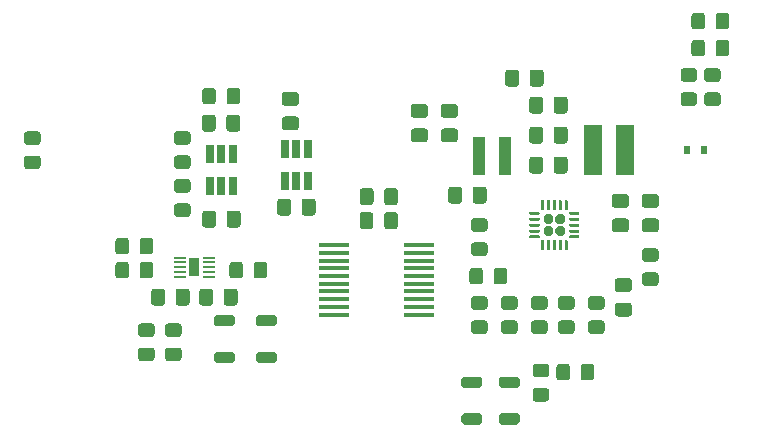
<source format=gbp>
G04 #@! TF.GenerationSoftware,KiCad,Pcbnew,(5.1.6)-1*
G04 #@! TF.CreationDate,2021-11-15T16:50:44+01:00*
G04 #@! TF.ProjectId,Power_module_v1,506f7765-725f-46d6-9f64-756c655f7631,rev?*
G04 #@! TF.SameCoordinates,Original*
G04 #@! TF.FileFunction,Paste,Bot*
G04 #@! TF.FilePolarity,Positive*
%FSLAX46Y46*%
G04 Gerber Fmt 4.6, Leading zero omitted, Abs format (unit mm)*
G04 Created by KiCad (PCBNEW (5.1.6)-1) date 2021-11-15 16:50:44*
%MOMM*%
%LPD*%
G01*
G04 APERTURE LIST*
%ADD10R,1.000000X0.200000*%
%ADD11R,0.900000X1.500000*%
%ADD12R,2.500000X0.450000*%
%ADD13R,0.600000X0.700000*%
%ADD14R,1.600000X4.300000*%
%ADD15R,1.000000X3.200000*%
%ADD16R,0.650000X1.560000*%
G04 APERTURE END LIST*
G36*
G01*
X123005000Y-87724000D02*
X123005000Y-86774000D01*
G75*
G02*
X123255000Y-86524000I250000J0D01*
G01*
X123930000Y-86524000D01*
G75*
G02*
X124180000Y-86774000I0J-250000D01*
G01*
X124180000Y-87724000D01*
G75*
G02*
X123930000Y-87974000I-250000J0D01*
G01*
X123255000Y-87974000D01*
G75*
G02*
X123005000Y-87724000I0J250000D01*
G01*
G37*
G36*
G01*
X120930000Y-87724000D02*
X120930000Y-86774000D01*
G75*
G02*
X121180000Y-86524000I250000J0D01*
G01*
X121855000Y-86524000D01*
G75*
G02*
X122105000Y-86774000I0J-250000D01*
G01*
X122105000Y-87724000D01*
G75*
G02*
X121855000Y-87974000I-250000J0D01*
G01*
X121180000Y-87974000D01*
G75*
G02*
X120930000Y-87724000I0J250000D01*
G01*
G37*
D10*
X105684000Y-94018000D03*
X105684000Y-93618000D03*
X105684000Y-93218000D03*
X105684000Y-92818000D03*
X105684000Y-92418000D03*
X108184000Y-92418000D03*
X108184000Y-92818000D03*
X108184000Y-93218000D03*
X108184000Y-93618000D03*
X108184000Y-94018000D03*
D11*
X106934000Y-93218000D03*
G36*
G01*
X129744000Y-105596000D02*
X131114000Y-105596000D01*
G75*
G02*
X131304000Y-105786000I0J-190000D01*
G01*
X131304000Y-106356000D01*
G75*
G02*
X131114000Y-106546000I-190000J0D01*
G01*
X129744000Y-106546000D01*
G75*
G02*
X129554000Y-106356000I0J190000D01*
G01*
X129554000Y-105786000D01*
G75*
G02*
X129744000Y-105596000I190000J0D01*
G01*
G37*
G36*
G01*
X129744000Y-102496000D02*
X131114000Y-102496000D01*
G75*
G02*
X131304000Y-102686000I0J-190000D01*
G01*
X131304000Y-103256000D01*
G75*
G02*
X131114000Y-103446000I-190000J0D01*
G01*
X129744000Y-103446000D01*
G75*
G02*
X129554000Y-103256000I0J190000D01*
G01*
X129554000Y-102686000D01*
G75*
G02*
X129744000Y-102496000I190000J0D01*
G01*
G37*
G36*
G01*
X132919000Y-105596000D02*
X134289000Y-105596000D01*
G75*
G02*
X134479000Y-105786000I0J-190000D01*
G01*
X134479000Y-106356000D01*
G75*
G02*
X134289000Y-106546000I-190000J0D01*
G01*
X132919000Y-106546000D01*
G75*
G02*
X132729000Y-106356000I0J190000D01*
G01*
X132729000Y-105786000D01*
G75*
G02*
X132919000Y-105596000I190000J0D01*
G01*
G37*
G36*
G01*
X132919000Y-102496000D02*
X134289000Y-102496000D01*
G75*
G02*
X134479000Y-102686000I0J-190000D01*
G01*
X134479000Y-103256000D01*
G75*
G02*
X134289000Y-103446000I-190000J0D01*
G01*
X132919000Y-103446000D01*
G75*
G02*
X132729000Y-103256000I0J190000D01*
G01*
X132729000Y-102686000D01*
G75*
G02*
X132919000Y-102496000I190000J0D01*
G01*
G37*
G36*
G01*
X113715000Y-98239000D02*
X112345000Y-98239000D01*
G75*
G02*
X112155000Y-98049000I0J190000D01*
G01*
X112155000Y-97479000D01*
G75*
G02*
X112345000Y-97289000I190000J0D01*
G01*
X113715000Y-97289000D01*
G75*
G02*
X113905000Y-97479000I0J-190000D01*
G01*
X113905000Y-98049000D01*
G75*
G02*
X113715000Y-98239000I-190000J0D01*
G01*
G37*
G36*
G01*
X113715000Y-101339000D02*
X112345000Y-101339000D01*
G75*
G02*
X112155000Y-101149000I0J190000D01*
G01*
X112155000Y-100579000D01*
G75*
G02*
X112345000Y-100389000I190000J0D01*
G01*
X113715000Y-100389000D01*
G75*
G02*
X113905000Y-100579000I0J-190000D01*
G01*
X113905000Y-101149000D01*
G75*
G02*
X113715000Y-101339000I-190000J0D01*
G01*
G37*
G36*
G01*
X110159000Y-98239000D02*
X108789000Y-98239000D01*
G75*
G02*
X108599000Y-98049000I0J190000D01*
G01*
X108599000Y-97479000D01*
G75*
G02*
X108789000Y-97289000I190000J0D01*
G01*
X110159000Y-97289000D01*
G75*
G02*
X110349000Y-97479000I0J-190000D01*
G01*
X110349000Y-98049000D01*
G75*
G02*
X110159000Y-98239000I-190000J0D01*
G01*
G37*
G36*
G01*
X110159000Y-101339000D02*
X108789000Y-101339000D01*
G75*
G02*
X108599000Y-101149000I0J190000D01*
G01*
X108599000Y-100579000D01*
G75*
G02*
X108789000Y-100389000I190000J0D01*
G01*
X110159000Y-100389000D01*
G75*
G02*
X110349000Y-100579000I0J-190000D01*
G01*
X110349000Y-101149000D01*
G75*
G02*
X110159000Y-101339000I-190000J0D01*
G01*
G37*
D12*
X125984000Y-91380000D03*
X125984000Y-92030000D03*
X125984000Y-92680000D03*
X125984000Y-93330000D03*
X125984000Y-93980000D03*
X125984000Y-94630000D03*
X125984000Y-95280000D03*
X125984000Y-95930000D03*
X125984000Y-96580000D03*
X125984000Y-97230000D03*
X118784000Y-97230000D03*
X118784000Y-96580000D03*
X118784000Y-95930000D03*
X118784000Y-95280000D03*
X118784000Y-94630000D03*
X118784000Y-93980000D03*
X118784000Y-93330000D03*
X118784000Y-92680000D03*
X118784000Y-92030000D03*
X118784000Y-91380000D03*
G36*
G01*
X148349999Y-78428000D02*
X149250001Y-78428000D01*
G75*
G02*
X149500000Y-78677999I0J-249999D01*
G01*
X149500000Y-79328001D01*
G75*
G02*
X149250001Y-79578000I-249999J0D01*
G01*
X148349999Y-79578000D01*
G75*
G02*
X148100000Y-79328001I0J249999D01*
G01*
X148100000Y-78677999D01*
G75*
G02*
X148349999Y-78428000I249999J0D01*
G01*
G37*
G36*
G01*
X148349999Y-76378000D02*
X149250001Y-76378000D01*
G75*
G02*
X149500000Y-76627999I0J-249999D01*
G01*
X149500000Y-77278001D01*
G75*
G02*
X149250001Y-77528000I-249999J0D01*
G01*
X148349999Y-77528000D01*
G75*
G02*
X148100000Y-77278001I0J249999D01*
G01*
X148100000Y-76627999D01*
G75*
G02*
X148349999Y-76378000I249999J0D01*
G01*
G37*
G36*
G01*
X150349999Y-78428000D02*
X151250001Y-78428000D01*
G75*
G02*
X151500000Y-78677999I0J-249999D01*
G01*
X151500000Y-79328001D01*
G75*
G02*
X151250001Y-79578000I-249999J0D01*
G01*
X150349999Y-79578000D01*
G75*
G02*
X150100000Y-79328001I0J249999D01*
G01*
X150100000Y-78677999D01*
G75*
G02*
X150349999Y-78428000I249999J0D01*
G01*
G37*
G36*
G01*
X150349999Y-76378000D02*
X151250001Y-76378000D01*
G75*
G02*
X151500000Y-76627999I0J-249999D01*
G01*
X151500000Y-77278001D01*
G75*
G02*
X151250001Y-77528000I-249999J0D01*
G01*
X150349999Y-77528000D01*
G75*
G02*
X150100000Y-77278001I0J249999D01*
G01*
X150100000Y-76627999D01*
G75*
G02*
X150349999Y-76378000I249999J0D01*
G01*
G37*
G36*
G01*
X150172000Y-71939999D02*
X150172000Y-72840001D01*
G75*
G02*
X149922001Y-73090000I-249999J0D01*
G01*
X149271999Y-73090000D01*
G75*
G02*
X149022000Y-72840001I0J249999D01*
G01*
X149022000Y-71939999D01*
G75*
G02*
X149271999Y-71690000I249999J0D01*
G01*
X149922001Y-71690000D01*
G75*
G02*
X150172000Y-71939999I0J-249999D01*
G01*
G37*
G36*
G01*
X152222000Y-71939999D02*
X152222000Y-72840001D01*
G75*
G02*
X151972001Y-73090000I-249999J0D01*
G01*
X151321999Y-73090000D01*
G75*
G02*
X151072000Y-72840001I0J249999D01*
G01*
X151072000Y-71939999D01*
G75*
G02*
X151321999Y-71690000I249999J0D01*
G01*
X151972001Y-71690000D01*
G75*
G02*
X152222000Y-71939999I0J-249999D01*
G01*
G37*
G36*
G01*
X150172000Y-74225999D02*
X150172000Y-75126001D01*
G75*
G02*
X149922001Y-75376000I-249999J0D01*
G01*
X149271999Y-75376000D01*
G75*
G02*
X149022000Y-75126001I0J249999D01*
G01*
X149022000Y-74225999D01*
G75*
G02*
X149271999Y-73976000I249999J0D01*
G01*
X149922001Y-73976000D01*
G75*
G02*
X150172000Y-74225999I0J-249999D01*
G01*
G37*
G36*
G01*
X152222000Y-74225999D02*
X152222000Y-75126001D01*
G75*
G02*
X151972001Y-75376000I-249999J0D01*
G01*
X151321999Y-75376000D01*
G75*
G02*
X151072000Y-75126001I0J249999D01*
G01*
X151072000Y-74225999D01*
G75*
G02*
X151321999Y-73976000I249999J0D01*
G01*
X151972001Y-73976000D01*
G75*
G02*
X152222000Y-74225999I0J-249999D01*
G01*
G37*
D13*
X148652000Y-83312000D03*
X150052000Y-83312000D03*
G36*
G01*
X104705999Y-100027000D02*
X105606001Y-100027000D01*
G75*
G02*
X105856000Y-100276999I0J-249999D01*
G01*
X105856000Y-100927001D01*
G75*
G02*
X105606001Y-101177000I-249999J0D01*
G01*
X104705999Y-101177000D01*
G75*
G02*
X104456000Y-100927001I0J249999D01*
G01*
X104456000Y-100276999D01*
G75*
G02*
X104705999Y-100027000I249999J0D01*
G01*
G37*
G36*
G01*
X104705999Y-97977000D02*
X105606001Y-97977000D01*
G75*
G02*
X105856000Y-98226999I0J-249999D01*
G01*
X105856000Y-98877001D01*
G75*
G02*
X105606001Y-99127000I-249999J0D01*
G01*
X104705999Y-99127000D01*
G75*
G02*
X104456000Y-98877001I0J249999D01*
G01*
X104456000Y-98226999D01*
G75*
G02*
X104705999Y-97977000I249999J0D01*
G01*
G37*
G36*
G01*
X102419999Y-100027000D02*
X103320001Y-100027000D01*
G75*
G02*
X103570000Y-100276999I0J-249999D01*
G01*
X103570000Y-100927001D01*
G75*
G02*
X103320001Y-101177000I-249999J0D01*
G01*
X102419999Y-101177000D01*
G75*
G02*
X102170000Y-100927001I0J249999D01*
G01*
X102170000Y-100276999D01*
G75*
G02*
X102419999Y-100027000I249999J0D01*
G01*
G37*
G36*
G01*
X102419999Y-97977000D02*
X103320001Y-97977000D01*
G75*
G02*
X103570000Y-98226999I0J-249999D01*
G01*
X103570000Y-98877001D01*
G75*
G02*
X103320001Y-99127000I-249999J0D01*
G01*
X102419999Y-99127000D01*
G75*
G02*
X102170000Y-98877001I0J249999D01*
G01*
X102170000Y-98226999D01*
G75*
G02*
X102419999Y-97977000I249999J0D01*
G01*
G37*
G36*
G01*
X136456000Y-81567000D02*
X136456000Y-82517000D01*
G75*
G02*
X136206000Y-82767000I-250000J0D01*
G01*
X135531000Y-82767000D01*
G75*
G02*
X135281000Y-82517000I0J250000D01*
G01*
X135281000Y-81567000D01*
G75*
G02*
X135531000Y-81317000I250000J0D01*
G01*
X136206000Y-81317000D01*
G75*
G02*
X136456000Y-81567000I0J-250000D01*
G01*
G37*
G36*
G01*
X138531000Y-81567000D02*
X138531000Y-82517000D01*
G75*
G02*
X138281000Y-82767000I-250000J0D01*
G01*
X137606000Y-82767000D01*
G75*
G02*
X137356000Y-82517000I0J250000D01*
G01*
X137356000Y-81567000D01*
G75*
G02*
X137606000Y-81317000I250000J0D01*
G01*
X138281000Y-81317000D01*
G75*
G02*
X138531000Y-81567000I0J-250000D01*
G01*
G37*
G36*
G01*
X142781000Y-96229500D02*
X143731000Y-96229500D01*
G75*
G02*
X143981000Y-96479500I0J-250000D01*
G01*
X143981000Y-97154500D01*
G75*
G02*
X143731000Y-97404500I-250000J0D01*
G01*
X142781000Y-97404500D01*
G75*
G02*
X142531000Y-97154500I0J250000D01*
G01*
X142531000Y-96479500D01*
G75*
G02*
X142781000Y-96229500I250000J0D01*
G01*
G37*
G36*
G01*
X142781000Y-94154500D02*
X143731000Y-94154500D01*
G75*
G02*
X143981000Y-94404500I0J-250000D01*
G01*
X143981000Y-95079500D01*
G75*
G02*
X143731000Y-95329500I-250000J0D01*
G01*
X142781000Y-95329500D01*
G75*
G02*
X142531000Y-95079500I0J250000D01*
G01*
X142531000Y-94404500D01*
G75*
G02*
X142781000Y-94154500I250000J0D01*
G01*
G37*
G36*
G01*
X126459000Y-80576000D02*
X125509000Y-80576000D01*
G75*
G02*
X125259000Y-80326000I0J250000D01*
G01*
X125259000Y-79651000D01*
G75*
G02*
X125509000Y-79401000I250000J0D01*
G01*
X126459000Y-79401000D01*
G75*
G02*
X126709000Y-79651000I0J-250000D01*
G01*
X126709000Y-80326000D01*
G75*
G02*
X126459000Y-80576000I-250000J0D01*
G01*
G37*
G36*
G01*
X126459000Y-82651000D02*
X125509000Y-82651000D01*
G75*
G02*
X125259000Y-82401000I0J250000D01*
G01*
X125259000Y-81726000D01*
G75*
G02*
X125509000Y-81476000I250000J0D01*
G01*
X126459000Y-81476000D01*
G75*
G02*
X126709000Y-81726000I0J-250000D01*
G01*
X126709000Y-82401000D01*
G75*
G02*
X126459000Y-82651000I-250000J0D01*
G01*
G37*
G36*
G01*
X142527000Y-89096000D02*
X143477000Y-89096000D01*
G75*
G02*
X143727000Y-89346000I0J-250000D01*
G01*
X143727000Y-90021000D01*
G75*
G02*
X143477000Y-90271000I-250000J0D01*
G01*
X142527000Y-90271000D01*
G75*
G02*
X142277000Y-90021000I0J250000D01*
G01*
X142277000Y-89346000D01*
G75*
G02*
X142527000Y-89096000I250000J0D01*
G01*
G37*
G36*
G01*
X142527000Y-87021000D02*
X143477000Y-87021000D01*
G75*
G02*
X143727000Y-87271000I0J-250000D01*
G01*
X143727000Y-87946000D01*
G75*
G02*
X143477000Y-88196000I-250000J0D01*
G01*
X142527000Y-88196000D01*
G75*
G02*
X142277000Y-87946000I0J250000D01*
G01*
X142277000Y-87271000D01*
G75*
G02*
X142527000Y-87021000I250000J0D01*
G01*
G37*
G36*
G01*
X136456000Y-84107000D02*
X136456000Y-85057000D01*
G75*
G02*
X136206000Y-85307000I-250000J0D01*
G01*
X135531000Y-85307000D01*
G75*
G02*
X135281000Y-85057000I0J250000D01*
G01*
X135281000Y-84107000D01*
G75*
G02*
X135531000Y-83857000I250000J0D01*
G01*
X136206000Y-83857000D01*
G75*
G02*
X136456000Y-84107000I0J-250000D01*
G01*
G37*
G36*
G01*
X138531000Y-84107000D02*
X138531000Y-85057000D01*
G75*
G02*
X138281000Y-85307000I-250000J0D01*
G01*
X137606000Y-85307000D01*
G75*
G02*
X137356000Y-85057000I0J250000D01*
G01*
X137356000Y-84107000D01*
G75*
G02*
X137606000Y-83857000I250000J0D01*
G01*
X138281000Y-83857000D01*
G75*
G02*
X138531000Y-84107000I0J-250000D01*
G01*
G37*
G36*
G01*
X122996000Y-89756000D02*
X122996000Y-88806000D01*
G75*
G02*
X123246000Y-88556000I250000J0D01*
G01*
X123921000Y-88556000D01*
G75*
G02*
X124171000Y-88806000I0J-250000D01*
G01*
X124171000Y-89756000D01*
G75*
G02*
X123921000Y-90006000I-250000J0D01*
G01*
X123246000Y-90006000D01*
G75*
G02*
X122996000Y-89756000I0J250000D01*
G01*
G37*
G36*
G01*
X120921000Y-89756000D02*
X120921000Y-88806000D01*
G75*
G02*
X121171000Y-88556000I250000J0D01*
G01*
X121846000Y-88556000D01*
G75*
G02*
X122096000Y-88806000I0J-250000D01*
G01*
X122096000Y-89756000D01*
G75*
G02*
X121846000Y-90006000I-250000J0D01*
G01*
X121171000Y-90006000D01*
G75*
G02*
X120921000Y-89756000I0J250000D01*
G01*
G37*
G36*
G01*
X109648500Y-81501000D02*
X109648500Y-80551000D01*
G75*
G02*
X109898500Y-80301000I250000J0D01*
G01*
X110573500Y-80301000D01*
G75*
G02*
X110823500Y-80551000I0J-250000D01*
G01*
X110823500Y-81501000D01*
G75*
G02*
X110573500Y-81751000I-250000J0D01*
G01*
X109898500Y-81751000D01*
G75*
G02*
X109648500Y-81501000I0J250000D01*
G01*
G37*
G36*
G01*
X107573500Y-81501000D02*
X107573500Y-80551000D01*
G75*
G02*
X107823500Y-80301000I250000J0D01*
G01*
X108498500Y-80301000D01*
G75*
G02*
X108748500Y-80551000I0J-250000D01*
G01*
X108748500Y-81501000D01*
G75*
G02*
X108498500Y-81751000I-250000J0D01*
G01*
X107823500Y-81751000D01*
G75*
G02*
X107573500Y-81501000I0J250000D01*
G01*
G37*
G36*
G01*
X115537000Y-79560000D02*
X114587000Y-79560000D01*
G75*
G02*
X114337000Y-79310000I0J250000D01*
G01*
X114337000Y-78635000D01*
G75*
G02*
X114587000Y-78385000I250000J0D01*
G01*
X115537000Y-78385000D01*
G75*
G02*
X115787000Y-78635000I0J-250000D01*
G01*
X115787000Y-79310000D01*
G75*
G02*
X115537000Y-79560000I-250000J0D01*
G01*
G37*
G36*
G01*
X115537000Y-81635000D02*
X114587000Y-81635000D01*
G75*
G02*
X114337000Y-81385000I0J250000D01*
G01*
X114337000Y-80710000D01*
G75*
G02*
X114587000Y-80460000I250000J0D01*
G01*
X115537000Y-80460000D01*
G75*
G02*
X115787000Y-80710000I0J-250000D01*
G01*
X115787000Y-81385000D01*
G75*
G02*
X115537000Y-81635000I-250000J0D01*
G01*
G37*
G36*
G01*
X108770000Y-88679000D02*
X108770000Y-89629000D01*
G75*
G02*
X108520000Y-89879000I-250000J0D01*
G01*
X107845000Y-89879000D01*
G75*
G02*
X107595000Y-89629000I0J250000D01*
G01*
X107595000Y-88679000D01*
G75*
G02*
X107845000Y-88429000I250000J0D01*
G01*
X108520000Y-88429000D01*
G75*
G02*
X108770000Y-88679000I0J-250000D01*
G01*
G37*
G36*
G01*
X110845000Y-88679000D02*
X110845000Y-89629000D01*
G75*
G02*
X110595000Y-89879000I-250000J0D01*
G01*
X109920000Y-89879000D01*
G75*
G02*
X109670000Y-89629000I0J250000D01*
G01*
X109670000Y-88679000D01*
G75*
G02*
X109920000Y-88429000I250000J0D01*
G01*
X110595000Y-88429000D01*
G75*
G02*
X110845000Y-88679000I0J-250000D01*
G01*
G37*
G36*
G01*
X115120000Y-87663000D02*
X115120000Y-88613000D01*
G75*
G02*
X114870000Y-88863000I-250000J0D01*
G01*
X114195000Y-88863000D01*
G75*
G02*
X113945000Y-88613000I0J250000D01*
G01*
X113945000Y-87663000D01*
G75*
G02*
X114195000Y-87413000I250000J0D01*
G01*
X114870000Y-87413000D01*
G75*
G02*
X115120000Y-87663000I0J-250000D01*
G01*
G37*
G36*
G01*
X117195000Y-87663000D02*
X117195000Y-88613000D01*
G75*
G02*
X116945000Y-88863000I-250000J0D01*
G01*
X116270000Y-88863000D01*
G75*
G02*
X116020000Y-88613000I0J250000D01*
G01*
X116020000Y-87663000D01*
G75*
G02*
X116270000Y-87413000I250000J0D01*
G01*
X116945000Y-87413000D01*
G75*
G02*
X117195000Y-87663000I0J-250000D01*
G01*
G37*
G36*
G01*
X108516000Y-95283000D02*
X108516000Y-96233000D01*
G75*
G02*
X108266000Y-96483000I-250000J0D01*
G01*
X107591000Y-96483000D01*
G75*
G02*
X107341000Y-96233000I0J250000D01*
G01*
X107341000Y-95283000D01*
G75*
G02*
X107591000Y-95033000I250000J0D01*
G01*
X108266000Y-95033000D01*
G75*
G02*
X108516000Y-95283000I0J-250000D01*
G01*
G37*
G36*
G01*
X110591000Y-95283000D02*
X110591000Y-96233000D01*
G75*
G02*
X110341000Y-96483000I-250000J0D01*
G01*
X109666000Y-96483000D01*
G75*
G02*
X109416000Y-96233000I0J250000D01*
G01*
X109416000Y-95283000D01*
G75*
G02*
X109666000Y-95033000I250000J0D01*
G01*
X110341000Y-95033000D01*
G75*
G02*
X110591000Y-95283000I0J-250000D01*
G01*
G37*
G36*
G01*
X105352000Y-96233000D02*
X105352000Y-95283000D01*
G75*
G02*
X105602000Y-95033000I250000J0D01*
G01*
X106277000Y-95033000D01*
G75*
G02*
X106527000Y-95283000I0J-250000D01*
G01*
X106527000Y-96233000D01*
G75*
G02*
X106277000Y-96483000I-250000J0D01*
G01*
X105602000Y-96483000D01*
G75*
G02*
X105352000Y-96233000I0J250000D01*
G01*
G37*
G36*
G01*
X103277000Y-96233000D02*
X103277000Y-95283000D01*
G75*
G02*
X103527000Y-95033000I250000J0D01*
G01*
X104202000Y-95033000D01*
G75*
G02*
X104452000Y-95283000I0J-250000D01*
G01*
X104452000Y-96233000D01*
G75*
G02*
X104202000Y-96483000I-250000J0D01*
G01*
X103527000Y-96483000D01*
G75*
G02*
X103277000Y-96233000I0J250000D01*
G01*
G37*
G36*
G01*
X128423000Y-87597000D02*
X128423000Y-86647000D01*
G75*
G02*
X128673000Y-86397000I250000J0D01*
G01*
X129348000Y-86397000D01*
G75*
G02*
X129598000Y-86647000I0J-250000D01*
G01*
X129598000Y-87597000D01*
G75*
G02*
X129348000Y-87847000I-250000J0D01*
G01*
X128673000Y-87847000D01*
G75*
G02*
X128423000Y-87597000I0J250000D01*
G01*
G37*
G36*
G01*
X130498000Y-87597000D02*
X130498000Y-86647000D01*
G75*
G02*
X130748000Y-86397000I250000J0D01*
G01*
X131423000Y-86397000D01*
G75*
G02*
X131673000Y-86647000I0J-250000D01*
G01*
X131673000Y-87597000D01*
G75*
G02*
X131423000Y-87847000I-250000J0D01*
G01*
X130748000Y-87847000D01*
G75*
G02*
X130498000Y-87597000I0J250000D01*
G01*
G37*
G36*
G01*
X145067000Y-87021000D02*
X146017000Y-87021000D01*
G75*
G02*
X146267000Y-87271000I0J-250000D01*
G01*
X146267000Y-87946000D01*
G75*
G02*
X146017000Y-88196000I-250000J0D01*
G01*
X145067000Y-88196000D01*
G75*
G02*
X144817000Y-87946000I0J250000D01*
G01*
X144817000Y-87271000D01*
G75*
G02*
X145067000Y-87021000I250000J0D01*
G01*
G37*
G36*
G01*
X145067000Y-89096000D02*
X146017000Y-89096000D01*
G75*
G02*
X146267000Y-89346000I0J-250000D01*
G01*
X146267000Y-90021000D01*
G75*
G02*
X146017000Y-90271000I-250000J0D01*
G01*
X145067000Y-90271000D01*
G75*
G02*
X144817000Y-90021000I0J250000D01*
G01*
X144817000Y-89346000D01*
G75*
G02*
X145067000Y-89096000I250000J0D01*
G01*
G37*
G36*
G01*
X136456000Y-79027000D02*
X136456000Y-79977000D01*
G75*
G02*
X136206000Y-80227000I-250000J0D01*
G01*
X135531000Y-80227000D01*
G75*
G02*
X135281000Y-79977000I0J250000D01*
G01*
X135281000Y-79027000D01*
G75*
G02*
X135531000Y-78777000I250000J0D01*
G01*
X136206000Y-78777000D01*
G75*
G02*
X136456000Y-79027000I0J-250000D01*
G01*
G37*
G36*
G01*
X138531000Y-79027000D02*
X138531000Y-79977000D01*
G75*
G02*
X138281000Y-80227000I-250000J0D01*
G01*
X137606000Y-80227000D01*
G75*
G02*
X137356000Y-79977000I0J250000D01*
G01*
X137356000Y-79027000D01*
G75*
G02*
X137606000Y-78777000I250000J0D01*
G01*
X138281000Y-78777000D01*
G75*
G02*
X138531000Y-79027000I0J-250000D01*
G01*
G37*
G36*
G01*
X135324000Y-77691000D02*
X135324000Y-76741000D01*
G75*
G02*
X135574000Y-76491000I250000J0D01*
G01*
X136249000Y-76491000D01*
G75*
G02*
X136499000Y-76741000I0J-250000D01*
G01*
X136499000Y-77691000D01*
G75*
G02*
X136249000Y-77941000I-250000J0D01*
G01*
X135574000Y-77941000D01*
G75*
G02*
X135324000Y-77691000I0J250000D01*
G01*
G37*
G36*
G01*
X133249000Y-77691000D02*
X133249000Y-76741000D01*
G75*
G02*
X133499000Y-76491000I250000J0D01*
G01*
X134174000Y-76491000D01*
G75*
G02*
X134424000Y-76741000I0J-250000D01*
G01*
X134424000Y-77691000D01*
G75*
G02*
X134174000Y-77941000I-250000J0D01*
G01*
X133499000Y-77941000D01*
G75*
G02*
X133249000Y-77691000I0J250000D01*
G01*
G37*
G36*
G01*
X128999000Y-80576000D02*
X128049000Y-80576000D01*
G75*
G02*
X127799000Y-80326000I0J250000D01*
G01*
X127799000Y-79651000D01*
G75*
G02*
X128049000Y-79401000I250000J0D01*
G01*
X128999000Y-79401000D01*
G75*
G02*
X129249000Y-79651000I0J-250000D01*
G01*
X129249000Y-80326000D01*
G75*
G02*
X128999000Y-80576000I-250000J0D01*
G01*
G37*
G36*
G01*
X128999000Y-82651000D02*
X128049000Y-82651000D01*
G75*
G02*
X127799000Y-82401000I0J250000D01*
G01*
X127799000Y-81726000D01*
G75*
G02*
X128049000Y-81476000I250000J0D01*
G01*
X128999000Y-81476000D01*
G75*
G02*
X129249000Y-81726000I0J-250000D01*
G01*
X129249000Y-82401000D01*
G75*
G02*
X128999000Y-82651000I-250000J0D01*
G01*
G37*
D14*
X140716000Y-83312000D03*
X143416000Y-83312000D03*
D15*
X131064000Y-83820000D03*
X133264000Y-83820000D03*
G36*
G01*
X145091999Y-91618000D02*
X145992001Y-91618000D01*
G75*
G02*
X146242000Y-91867999I0J-249999D01*
G01*
X146242000Y-92518001D01*
G75*
G02*
X145992001Y-92768000I-249999J0D01*
G01*
X145091999Y-92768000D01*
G75*
G02*
X144842000Y-92518001I0J249999D01*
G01*
X144842000Y-91867999D01*
G75*
G02*
X145091999Y-91618000I249999J0D01*
G01*
G37*
G36*
G01*
X145091999Y-93668000D02*
X145992001Y-93668000D01*
G75*
G02*
X146242000Y-93917999I0J-249999D01*
G01*
X146242000Y-94568001D01*
G75*
G02*
X145992001Y-94818000I-249999J0D01*
G01*
X145091999Y-94818000D01*
G75*
G02*
X144842000Y-94568001I0J249999D01*
G01*
X144842000Y-93917999D01*
G75*
G02*
X145091999Y-93668000I249999J0D01*
G01*
G37*
G36*
G01*
X101404000Y-93021999D02*
X101404000Y-93922001D01*
G75*
G02*
X101154001Y-94172000I-249999J0D01*
G01*
X100503999Y-94172000D01*
G75*
G02*
X100254000Y-93922001I0J249999D01*
G01*
X100254000Y-93021999D01*
G75*
G02*
X100503999Y-92772000I249999J0D01*
G01*
X101154001Y-92772000D01*
G75*
G02*
X101404000Y-93021999I0J-249999D01*
G01*
G37*
G36*
G01*
X103454000Y-93021999D02*
X103454000Y-93922001D01*
G75*
G02*
X103204001Y-94172000I-249999J0D01*
G01*
X102553999Y-94172000D01*
G75*
G02*
X102304000Y-93922001I0J249999D01*
G01*
X102304000Y-93021999D01*
G75*
G02*
X102553999Y-92772000I249999J0D01*
G01*
X103204001Y-92772000D01*
G75*
G02*
X103454000Y-93021999I0J-249999D01*
G01*
G37*
G36*
G01*
X103454000Y-90989999D02*
X103454000Y-91890001D01*
G75*
G02*
X103204001Y-92140000I-249999J0D01*
G01*
X102553999Y-92140000D01*
G75*
G02*
X102304000Y-91890001I0J249999D01*
G01*
X102304000Y-90989999D01*
G75*
G02*
X102553999Y-90740000I249999J0D01*
G01*
X103204001Y-90740000D01*
G75*
G02*
X103454000Y-90989999I0J-249999D01*
G01*
G37*
G36*
G01*
X101404000Y-90989999D02*
X101404000Y-91890001D01*
G75*
G02*
X101154001Y-92140000I-249999J0D01*
G01*
X100503999Y-92140000D01*
G75*
G02*
X100254000Y-91890001I0J249999D01*
G01*
X100254000Y-90989999D01*
G75*
G02*
X100503999Y-90740000I249999J0D01*
G01*
X101154001Y-90740000D01*
G75*
G02*
X101404000Y-90989999I0J-249999D01*
G01*
G37*
G36*
G01*
X109906000Y-93922001D02*
X109906000Y-93021999D01*
G75*
G02*
X110155999Y-92772000I249999J0D01*
G01*
X110806001Y-92772000D01*
G75*
G02*
X111056000Y-93021999I0J-249999D01*
G01*
X111056000Y-93922001D01*
G75*
G02*
X110806001Y-94172000I-249999J0D01*
G01*
X110155999Y-94172000D01*
G75*
G02*
X109906000Y-93922001I0J249999D01*
G01*
G37*
G36*
G01*
X111956000Y-93922001D02*
X111956000Y-93021999D01*
G75*
G02*
X112205999Y-92772000I249999J0D01*
G01*
X112856001Y-92772000D01*
G75*
G02*
X113106000Y-93021999I0J-249999D01*
G01*
X113106000Y-93922001D01*
G75*
G02*
X112856001Y-94172000I-249999J0D01*
G01*
X112205999Y-94172000D01*
G75*
G02*
X111956000Y-93922001I0J249999D01*
G01*
G37*
G36*
G01*
X106368001Y-86917000D02*
X105467999Y-86917000D01*
G75*
G02*
X105218000Y-86667001I0J249999D01*
G01*
X105218000Y-86016999D01*
G75*
G02*
X105467999Y-85767000I249999J0D01*
G01*
X106368001Y-85767000D01*
G75*
G02*
X106618000Y-86016999I0J-249999D01*
G01*
X106618000Y-86667001D01*
G75*
G02*
X106368001Y-86917000I-249999J0D01*
G01*
G37*
G36*
G01*
X106368001Y-88967000D02*
X105467999Y-88967000D01*
G75*
G02*
X105218000Y-88717001I0J249999D01*
G01*
X105218000Y-88066999D01*
G75*
G02*
X105467999Y-87817000I249999J0D01*
G01*
X106368001Y-87817000D01*
G75*
G02*
X106618000Y-88066999I0J-249999D01*
G01*
X106618000Y-88717001D01*
G75*
G02*
X106368001Y-88967000I-249999J0D01*
G01*
G37*
G36*
G01*
X106368001Y-84912000D02*
X105467999Y-84912000D01*
G75*
G02*
X105218000Y-84662001I0J249999D01*
G01*
X105218000Y-84011999D01*
G75*
G02*
X105467999Y-83762000I249999J0D01*
G01*
X106368001Y-83762000D01*
G75*
G02*
X106618000Y-84011999I0J-249999D01*
G01*
X106618000Y-84662001D01*
G75*
G02*
X106368001Y-84912000I-249999J0D01*
G01*
G37*
G36*
G01*
X106368001Y-82862000D02*
X105467999Y-82862000D01*
G75*
G02*
X105218000Y-82612001I0J249999D01*
G01*
X105218000Y-81961999D01*
G75*
G02*
X105467999Y-81712000I249999J0D01*
G01*
X106368001Y-81712000D01*
G75*
G02*
X106618000Y-81961999I0J-249999D01*
G01*
X106618000Y-82612001D01*
G75*
G02*
X106368001Y-82862000I-249999J0D01*
G01*
G37*
G36*
G01*
X92767999Y-83771000D02*
X93668001Y-83771000D01*
G75*
G02*
X93918000Y-84020999I0J-249999D01*
G01*
X93918000Y-84671001D01*
G75*
G02*
X93668001Y-84921000I-249999J0D01*
G01*
X92767999Y-84921000D01*
G75*
G02*
X92518000Y-84671001I0J249999D01*
G01*
X92518000Y-84020999D01*
G75*
G02*
X92767999Y-83771000I249999J0D01*
G01*
G37*
G36*
G01*
X92767999Y-81721000D02*
X93668001Y-81721000D01*
G75*
G02*
X93918000Y-81970999I0J-249999D01*
G01*
X93918000Y-82621001D01*
G75*
G02*
X93668001Y-82871000I-249999J0D01*
G01*
X92767999Y-82871000D01*
G75*
G02*
X92518000Y-82621001I0J249999D01*
G01*
X92518000Y-81970999D01*
G75*
G02*
X92767999Y-81721000I249999J0D01*
G01*
G37*
G36*
G01*
X135820999Y-103447000D02*
X136721001Y-103447000D01*
G75*
G02*
X136971000Y-103696999I0J-249999D01*
G01*
X136971000Y-104347001D01*
G75*
G02*
X136721001Y-104597000I-249999J0D01*
G01*
X135820999Y-104597000D01*
G75*
G02*
X135571000Y-104347001I0J249999D01*
G01*
X135571000Y-103696999D01*
G75*
G02*
X135820999Y-103447000I249999J0D01*
G01*
G37*
G36*
G01*
X135820999Y-101397000D02*
X136721001Y-101397000D01*
G75*
G02*
X136971000Y-101646999I0J-249999D01*
G01*
X136971000Y-102297001D01*
G75*
G02*
X136721001Y-102547000I-249999J0D01*
G01*
X135820999Y-102547000D01*
G75*
G02*
X135571000Y-102297001I0J249999D01*
G01*
X135571000Y-101646999D01*
G75*
G02*
X135820999Y-101397000I249999J0D01*
G01*
G37*
G36*
G01*
X137592000Y-102558001D02*
X137592000Y-101657999D01*
G75*
G02*
X137841999Y-101408000I249999J0D01*
G01*
X138492001Y-101408000D01*
G75*
G02*
X138742000Y-101657999I0J-249999D01*
G01*
X138742000Y-102558001D01*
G75*
G02*
X138492001Y-102808000I-249999J0D01*
G01*
X137841999Y-102808000D01*
G75*
G02*
X137592000Y-102558001I0J249999D01*
G01*
G37*
G36*
G01*
X139642000Y-102558001D02*
X139642000Y-101657999D01*
G75*
G02*
X139891999Y-101408000I249999J0D01*
G01*
X140542001Y-101408000D01*
G75*
G02*
X140792000Y-101657999I0J-249999D01*
G01*
X140792000Y-102558001D01*
G75*
G02*
X140542001Y-102808000I-249999J0D01*
G01*
X139891999Y-102808000D01*
G75*
G02*
X139642000Y-102558001I0J249999D01*
G01*
G37*
G36*
G01*
X136594001Y-96832000D02*
X135693999Y-96832000D01*
G75*
G02*
X135444000Y-96582001I0J249999D01*
G01*
X135444000Y-95931999D01*
G75*
G02*
X135693999Y-95682000I249999J0D01*
G01*
X136594001Y-95682000D01*
G75*
G02*
X136844000Y-95931999I0J-249999D01*
G01*
X136844000Y-96582001D01*
G75*
G02*
X136594001Y-96832000I-249999J0D01*
G01*
G37*
G36*
G01*
X136594001Y-98882000D02*
X135693999Y-98882000D01*
G75*
G02*
X135444000Y-98632001I0J249999D01*
G01*
X135444000Y-97981999D01*
G75*
G02*
X135693999Y-97732000I249999J0D01*
G01*
X136594001Y-97732000D01*
G75*
G02*
X136844000Y-97981999I0J-249999D01*
G01*
X136844000Y-98632001D01*
G75*
G02*
X136594001Y-98882000I-249999J0D01*
G01*
G37*
G36*
G01*
X134054001Y-98882000D02*
X133153999Y-98882000D01*
G75*
G02*
X132904000Y-98632001I0J249999D01*
G01*
X132904000Y-97981999D01*
G75*
G02*
X133153999Y-97732000I249999J0D01*
G01*
X134054001Y-97732000D01*
G75*
G02*
X134304000Y-97981999I0J-249999D01*
G01*
X134304000Y-98632001D01*
G75*
G02*
X134054001Y-98882000I-249999J0D01*
G01*
G37*
G36*
G01*
X134054001Y-96832000D02*
X133153999Y-96832000D01*
G75*
G02*
X132904000Y-96582001I0J249999D01*
G01*
X132904000Y-95931999D01*
G75*
G02*
X133153999Y-95682000I249999J0D01*
G01*
X134054001Y-95682000D01*
G75*
G02*
X134304000Y-95931999I0J-249999D01*
G01*
X134304000Y-96582001D01*
G75*
G02*
X134054001Y-96832000I-249999J0D01*
G01*
G37*
G36*
G01*
X130613999Y-97732000D02*
X131514001Y-97732000D01*
G75*
G02*
X131764000Y-97981999I0J-249999D01*
G01*
X131764000Y-98632001D01*
G75*
G02*
X131514001Y-98882000I-249999J0D01*
G01*
X130613999Y-98882000D01*
G75*
G02*
X130364000Y-98632001I0J249999D01*
G01*
X130364000Y-97981999D01*
G75*
G02*
X130613999Y-97732000I249999J0D01*
G01*
G37*
G36*
G01*
X130613999Y-95682000D02*
X131514001Y-95682000D01*
G75*
G02*
X131764000Y-95931999I0J-249999D01*
G01*
X131764000Y-96582001D01*
G75*
G02*
X131514001Y-96832000I-249999J0D01*
G01*
X130613999Y-96832000D01*
G75*
G02*
X130364000Y-96582001I0J249999D01*
G01*
X130364000Y-95931999D01*
G75*
G02*
X130613999Y-95682000I249999J0D01*
G01*
G37*
G36*
G01*
X133426000Y-93529999D02*
X133426000Y-94430001D01*
G75*
G02*
X133176001Y-94680000I-249999J0D01*
G01*
X132525999Y-94680000D01*
G75*
G02*
X132276000Y-94430001I0J249999D01*
G01*
X132276000Y-93529999D01*
G75*
G02*
X132525999Y-93280000I249999J0D01*
G01*
X133176001Y-93280000D01*
G75*
G02*
X133426000Y-93529999I0J-249999D01*
G01*
G37*
G36*
G01*
X131376000Y-93529999D02*
X131376000Y-94430001D01*
G75*
G02*
X131126001Y-94680000I-249999J0D01*
G01*
X130475999Y-94680000D01*
G75*
G02*
X130226000Y-94430001I0J249999D01*
G01*
X130226000Y-93529999D01*
G75*
G02*
X130475999Y-93280000I249999J0D01*
G01*
X131126001Y-93280000D01*
G75*
G02*
X131376000Y-93529999I0J-249999D01*
G01*
G37*
G36*
G01*
X131514001Y-90228000D02*
X130613999Y-90228000D01*
G75*
G02*
X130364000Y-89978001I0J249999D01*
G01*
X130364000Y-89327999D01*
G75*
G02*
X130613999Y-89078000I249999J0D01*
G01*
X131514001Y-89078000D01*
G75*
G02*
X131764000Y-89327999I0J-249999D01*
G01*
X131764000Y-89978001D01*
G75*
G02*
X131514001Y-90228000I-249999J0D01*
G01*
G37*
G36*
G01*
X131514001Y-92278000D02*
X130613999Y-92278000D01*
G75*
G02*
X130364000Y-92028001I0J249999D01*
G01*
X130364000Y-91377999D01*
G75*
G02*
X130613999Y-91128000I249999J0D01*
G01*
X131514001Y-91128000D01*
G75*
G02*
X131764000Y-91377999I0J-249999D01*
G01*
X131764000Y-92028001D01*
G75*
G02*
X131514001Y-92278000I-249999J0D01*
G01*
G37*
G36*
G01*
X138880001Y-96832000D02*
X137979999Y-96832000D01*
G75*
G02*
X137730000Y-96582001I0J249999D01*
G01*
X137730000Y-95931999D01*
G75*
G02*
X137979999Y-95682000I249999J0D01*
G01*
X138880001Y-95682000D01*
G75*
G02*
X139130000Y-95931999I0J-249999D01*
G01*
X139130000Y-96582001D01*
G75*
G02*
X138880001Y-96832000I-249999J0D01*
G01*
G37*
G36*
G01*
X138880001Y-98882000D02*
X137979999Y-98882000D01*
G75*
G02*
X137730000Y-98632001I0J249999D01*
G01*
X137730000Y-97981999D01*
G75*
G02*
X137979999Y-97732000I249999J0D01*
G01*
X138880001Y-97732000D01*
G75*
G02*
X139130000Y-97981999I0J-249999D01*
G01*
X139130000Y-98632001D01*
G75*
G02*
X138880001Y-98882000I-249999J0D01*
G01*
G37*
G36*
G01*
X140519999Y-95682000D02*
X141420001Y-95682000D01*
G75*
G02*
X141670000Y-95931999I0J-249999D01*
G01*
X141670000Y-96582001D01*
G75*
G02*
X141420001Y-96832000I-249999J0D01*
G01*
X140519999Y-96832000D01*
G75*
G02*
X140270000Y-96582001I0J249999D01*
G01*
X140270000Y-95931999D01*
G75*
G02*
X140519999Y-95682000I249999J0D01*
G01*
G37*
G36*
G01*
X140519999Y-97732000D02*
X141420001Y-97732000D01*
G75*
G02*
X141670000Y-97981999I0J-249999D01*
G01*
X141670000Y-98632001D01*
G75*
G02*
X141420001Y-98882000I-249999J0D01*
G01*
X140519999Y-98882000D01*
G75*
G02*
X140270000Y-98632001I0J249999D01*
G01*
X140270000Y-97981999D01*
G75*
G02*
X140519999Y-97732000I249999J0D01*
G01*
G37*
D16*
X109220000Y-83660000D03*
X110170000Y-83660000D03*
X108270000Y-83660000D03*
X108270000Y-86360000D03*
X109220000Y-86360000D03*
X110170000Y-86360000D03*
G36*
G01*
X138539000Y-87599500D02*
X138539000Y-88349500D01*
G75*
G02*
X138476500Y-88412000I-62500J0D01*
G01*
X138351500Y-88412000D01*
G75*
G02*
X138289000Y-88349500I0J62500D01*
G01*
X138289000Y-87599500D01*
G75*
G02*
X138351500Y-87537000I62500J0D01*
G01*
X138476500Y-87537000D01*
G75*
G02*
X138539000Y-87599500I0J-62500D01*
G01*
G37*
G36*
G01*
X138039000Y-87599500D02*
X138039000Y-88349500D01*
G75*
G02*
X137976500Y-88412000I-62500J0D01*
G01*
X137851500Y-88412000D01*
G75*
G02*
X137789000Y-88349500I0J62500D01*
G01*
X137789000Y-87599500D01*
G75*
G02*
X137851500Y-87537000I62500J0D01*
G01*
X137976500Y-87537000D01*
G75*
G02*
X138039000Y-87599500I0J-62500D01*
G01*
G37*
G36*
G01*
X137539000Y-87599500D02*
X137539000Y-88349500D01*
G75*
G02*
X137476500Y-88412000I-62500J0D01*
G01*
X137351500Y-88412000D01*
G75*
G02*
X137289000Y-88349500I0J62500D01*
G01*
X137289000Y-87599500D01*
G75*
G02*
X137351500Y-87537000I62500J0D01*
G01*
X137476500Y-87537000D01*
G75*
G02*
X137539000Y-87599500I0J-62500D01*
G01*
G37*
G36*
G01*
X137039000Y-87599500D02*
X137039000Y-88349500D01*
G75*
G02*
X136976500Y-88412000I-62500J0D01*
G01*
X136851500Y-88412000D01*
G75*
G02*
X136789000Y-88349500I0J62500D01*
G01*
X136789000Y-87599500D01*
G75*
G02*
X136851500Y-87537000I62500J0D01*
G01*
X136976500Y-87537000D01*
G75*
G02*
X137039000Y-87599500I0J-62500D01*
G01*
G37*
G36*
G01*
X136539000Y-87599500D02*
X136539000Y-88349500D01*
G75*
G02*
X136476500Y-88412000I-62500J0D01*
G01*
X136351500Y-88412000D01*
G75*
G02*
X136289000Y-88349500I0J62500D01*
G01*
X136289000Y-87599500D01*
G75*
G02*
X136351500Y-87537000I62500J0D01*
G01*
X136476500Y-87537000D01*
G75*
G02*
X136539000Y-87599500I0J-62500D01*
G01*
G37*
G36*
G01*
X136164000Y-88599500D02*
X136164000Y-88724500D01*
G75*
G02*
X136101500Y-88787000I-62500J0D01*
G01*
X135351500Y-88787000D01*
G75*
G02*
X135289000Y-88724500I0J62500D01*
G01*
X135289000Y-88599500D01*
G75*
G02*
X135351500Y-88537000I62500J0D01*
G01*
X136101500Y-88537000D01*
G75*
G02*
X136164000Y-88599500I0J-62500D01*
G01*
G37*
G36*
G01*
X136164000Y-89099500D02*
X136164000Y-89224500D01*
G75*
G02*
X136101500Y-89287000I-62500J0D01*
G01*
X135351500Y-89287000D01*
G75*
G02*
X135289000Y-89224500I0J62500D01*
G01*
X135289000Y-89099500D01*
G75*
G02*
X135351500Y-89037000I62500J0D01*
G01*
X136101500Y-89037000D01*
G75*
G02*
X136164000Y-89099500I0J-62500D01*
G01*
G37*
G36*
G01*
X136164000Y-89599500D02*
X136164000Y-89724500D01*
G75*
G02*
X136101500Y-89787000I-62500J0D01*
G01*
X135351500Y-89787000D01*
G75*
G02*
X135289000Y-89724500I0J62500D01*
G01*
X135289000Y-89599500D01*
G75*
G02*
X135351500Y-89537000I62500J0D01*
G01*
X136101500Y-89537000D01*
G75*
G02*
X136164000Y-89599500I0J-62500D01*
G01*
G37*
G36*
G01*
X136164000Y-90099500D02*
X136164000Y-90224500D01*
G75*
G02*
X136101500Y-90287000I-62500J0D01*
G01*
X135351500Y-90287000D01*
G75*
G02*
X135289000Y-90224500I0J62500D01*
G01*
X135289000Y-90099500D01*
G75*
G02*
X135351500Y-90037000I62500J0D01*
G01*
X136101500Y-90037000D01*
G75*
G02*
X136164000Y-90099500I0J-62500D01*
G01*
G37*
G36*
G01*
X136164000Y-90599500D02*
X136164000Y-90724500D01*
G75*
G02*
X136101500Y-90787000I-62500J0D01*
G01*
X135351500Y-90787000D01*
G75*
G02*
X135289000Y-90724500I0J62500D01*
G01*
X135289000Y-90599500D01*
G75*
G02*
X135351500Y-90537000I62500J0D01*
G01*
X136101500Y-90537000D01*
G75*
G02*
X136164000Y-90599500I0J-62500D01*
G01*
G37*
G36*
G01*
X136539000Y-90974500D02*
X136539000Y-91724500D01*
G75*
G02*
X136476500Y-91787000I-62500J0D01*
G01*
X136351500Y-91787000D01*
G75*
G02*
X136289000Y-91724500I0J62500D01*
G01*
X136289000Y-90974500D01*
G75*
G02*
X136351500Y-90912000I62500J0D01*
G01*
X136476500Y-90912000D01*
G75*
G02*
X136539000Y-90974500I0J-62500D01*
G01*
G37*
G36*
G01*
X137039000Y-90974500D02*
X137039000Y-91724500D01*
G75*
G02*
X136976500Y-91787000I-62500J0D01*
G01*
X136851500Y-91787000D01*
G75*
G02*
X136789000Y-91724500I0J62500D01*
G01*
X136789000Y-90974500D01*
G75*
G02*
X136851500Y-90912000I62500J0D01*
G01*
X136976500Y-90912000D01*
G75*
G02*
X137039000Y-90974500I0J-62500D01*
G01*
G37*
G36*
G01*
X137539000Y-90974500D02*
X137539000Y-91724500D01*
G75*
G02*
X137476500Y-91787000I-62500J0D01*
G01*
X137351500Y-91787000D01*
G75*
G02*
X137289000Y-91724500I0J62500D01*
G01*
X137289000Y-90974500D01*
G75*
G02*
X137351500Y-90912000I62500J0D01*
G01*
X137476500Y-90912000D01*
G75*
G02*
X137539000Y-90974500I0J-62500D01*
G01*
G37*
G36*
G01*
X138039000Y-90974500D02*
X138039000Y-91724500D01*
G75*
G02*
X137976500Y-91787000I-62500J0D01*
G01*
X137851500Y-91787000D01*
G75*
G02*
X137789000Y-91724500I0J62500D01*
G01*
X137789000Y-90974500D01*
G75*
G02*
X137851500Y-90912000I62500J0D01*
G01*
X137976500Y-90912000D01*
G75*
G02*
X138039000Y-90974500I0J-62500D01*
G01*
G37*
G36*
G01*
X138539000Y-90974500D02*
X138539000Y-91724500D01*
G75*
G02*
X138476500Y-91787000I-62500J0D01*
G01*
X138351500Y-91787000D01*
G75*
G02*
X138289000Y-91724500I0J62500D01*
G01*
X138289000Y-90974500D01*
G75*
G02*
X138351500Y-90912000I62500J0D01*
G01*
X138476500Y-90912000D01*
G75*
G02*
X138539000Y-90974500I0J-62500D01*
G01*
G37*
G36*
G01*
X139539000Y-90599500D02*
X139539000Y-90724500D01*
G75*
G02*
X139476500Y-90787000I-62500J0D01*
G01*
X138726500Y-90787000D01*
G75*
G02*
X138664000Y-90724500I0J62500D01*
G01*
X138664000Y-90599500D01*
G75*
G02*
X138726500Y-90537000I62500J0D01*
G01*
X139476500Y-90537000D01*
G75*
G02*
X139539000Y-90599500I0J-62500D01*
G01*
G37*
G36*
G01*
X139539000Y-90099500D02*
X139539000Y-90224500D01*
G75*
G02*
X139476500Y-90287000I-62500J0D01*
G01*
X138726500Y-90287000D01*
G75*
G02*
X138664000Y-90224500I0J62500D01*
G01*
X138664000Y-90099500D01*
G75*
G02*
X138726500Y-90037000I62500J0D01*
G01*
X139476500Y-90037000D01*
G75*
G02*
X139539000Y-90099500I0J-62500D01*
G01*
G37*
G36*
G01*
X139539000Y-89599500D02*
X139539000Y-89724500D01*
G75*
G02*
X139476500Y-89787000I-62500J0D01*
G01*
X138726500Y-89787000D01*
G75*
G02*
X138664000Y-89724500I0J62500D01*
G01*
X138664000Y-89599500D01*
G75*
G02*
X138726500Y-89537000I62500J0D01*
G01*
X139476500Y-89537000D01*
G75*
G02*
X139539000Y-89599500I0J-62500D01*
G01*
G37*
G36*
G01*
X139539000Y-89099500D02*
X139539000Y-89224500D01*
G75*
G02*
X139476500Y-89287000I-62500J0D01*
G01*
X138726500Y-89287000D01*
G75*
G02*
X138664000Y-89224500I0J62500D01*
G01*
X138664000Y-89099500D01*
G75*
G02*
X138726500Y-89037000I62500J0D01*
G01*
X139476500Y-89037000D01*
G75*
G02*
X139539000Y-89099500I0J-62500D01*
G01*
G37*
G36*
G01*
X139539000Y-88599500D02*
X139539000Y-88724500D01*
G75*
G02*
X139476500Y-88787000I-62500J0D01*
G01*
X138726500Y-88787000D01*
G75*
G02*
X138664000Y-88724500I0J62500D01*
G01*
X138664000Y-88599500D01*
G75*
G02*
X138726500Y-88537000I62500J0D01*
G01*
X139476500Y-88537000D01*
G75*
G02*
X139539000Y-88599500I0J-62500D01*
G01*
G37*
G36*
G01*
X137319000Y-89959500D02*
X137319000Y-90364500D01*
G75*
G02*
X137116500Y-90567000I-202500J0D01*
G01*
X136711500Y-90567000D01*
G75*
G02*
X136509000Y-90364500I0J202500D01*
G01*
X136509000Y-89959500D01*
G75*
G02*
X136711500Y-89757000I202500J0D01*
G01*
X137116500Y-89757000D01*
G75*
G02*
X137319000Y-89959500I0J-202500D01*
G01*
G37*
G36*
G01*
X137319000Y-88959500D02*
X137319000Y-89364500D01*
G75*
G02*
X137116500Y-89567000I-202500J0D01*
G01*
X136711500Y-89567000D01*
G75*
G02*
X136509000Y-89364500I0J202500D01*
G01*
X136509000Y-88959500D01*
G75*
G02*
X136711500Y-88757000I202500J0D01*
G01*
X137116500Y-88757000D01*
G75*
G02*
X137319000Y-88959500I0J-202500D01*
G01*
G37*
G36*
G01*
X138319000Y-89959500D02*
X138319000Y-90364500D01*
G75*
G02*
X138116500Y-90567000I-202500J0D01*
G01*
X137711500Y-90567000D01*
G75*
G02*
X137509000Y-90364500I0J202500D01*
G01*
X137509000Y-89959500D01*
G75*
G02*
X137711500Y-89757000I202500J0D01*
G01*
X138116500Y-89757000D01*
G75*
G02*
X138319000Y-89959500I0J-202500D01*
G01*
G37*
G36*
G01*
X138319000Y-88959500D02*
X138319000Y-89364500D01*
G75*
G02*
X138116500Y-89567000I-202500J0D01*
G01*
X137711500Y-89567000D01*
G75*
G02*
X137509000Y-89364500I0J202500D01*
G01*
X137509000Y-88959500D01*
G75*
G02*
X137711500Y-88757000I202500J0D01*
G01*
X138116500Y-88757000D01*
G75*
G02*
X138319000Y-88959500I0J-202500D01*
G01*
G37*
G36*
G01*
X110811000Y-78289999D02*
X110811000Y-79190001D01*
G75*
G02*
X110561001Y-79440000I-249999J0D01*
G01*
X109910999Y-79440000D01*
G75*
G02*
X109661000Y-79190001I0J249999D01*
G01*
X109661000Y-78289999D01*
G75*
G02*
X109910999Y-78040000I249999J0D01*
G01*
X110561001Y-78040000D01*
G75*
G02*
X110811000Y-78289999I0J-249999D01*
G01*
G37*
G36*
G01*
X108761000Y-78289999D02*
X108761000Y-79190001D01*
G75*
G02*
X108511001Y-79440000I-249999J0D01*
G01*
X107860999Y-79440000D01*
G75*
G02*
X107611000Y-79190001I0J249999D01*
G01*
X107611000Y-78289999D01*
G75*
G02*
X107860999Y-78040000I249999J0D01*
G01*
X108511001Y-78040000D01*
G75*
G02*
X108761000Y-78289999I0J-249999D01*
G01*
G37*
X116520000Y-85932000D03*
X115570000Y-85932000D03*
X114620000Y-85932000D03*
X114620000Y-83232000D03*
X116520000Y-83232000D03*
X115570000Y-83232000D03*
M02*

</source>
